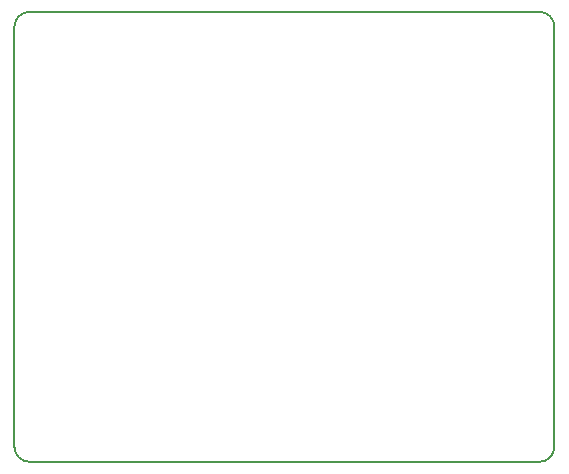
<source format=gbr>
G04 #@! TF.FileFunction,Profile,NP*
%FSLAX46Y46*%
G04 Gerber Fmt 4.6, Leading zero omitted, Abs format (unit mm)*
G04 Created by KiCad (PCBNEW 4.0.2+e4-6225~38~ubuntu15.04.1-stable) date zo 07 aug 2016 00:42:35 CEST*
%MOMM*%
G01*
G04 APERTURE LIST*
%ADD10C,0.100000*%
%ADD11C,0.150000*%
G04 APERTURE END LIST*
D10*
D11*
X174244000Y-80010000D02*
X174244000Y-115570000D01*
X172974000Y-78740000D02*
X129794000Y-78740000D01*
X129794000Y-116840000D02*
X172974000Y-116840000D01*
X128524000Y-80010000D02*
X128524000Y-115570000D01*
X174244000Y-80010000D02*
G75*
G03X172974000Y-78740000I-1270000J0D01*
G01*
X172974000Y-116840000D02*
G75*
G03X174244000Y-115570000I0J1270000D01*
G01*
X128524000Y-115570000D02*
G75*
G03X129794000Y-116840000I1270000J0D01*
G01*
X129794000Y-78740000D02*
G75*
G03X128524000Y-80010000I0J-1270000D01*
G01*
M02*

</source>
